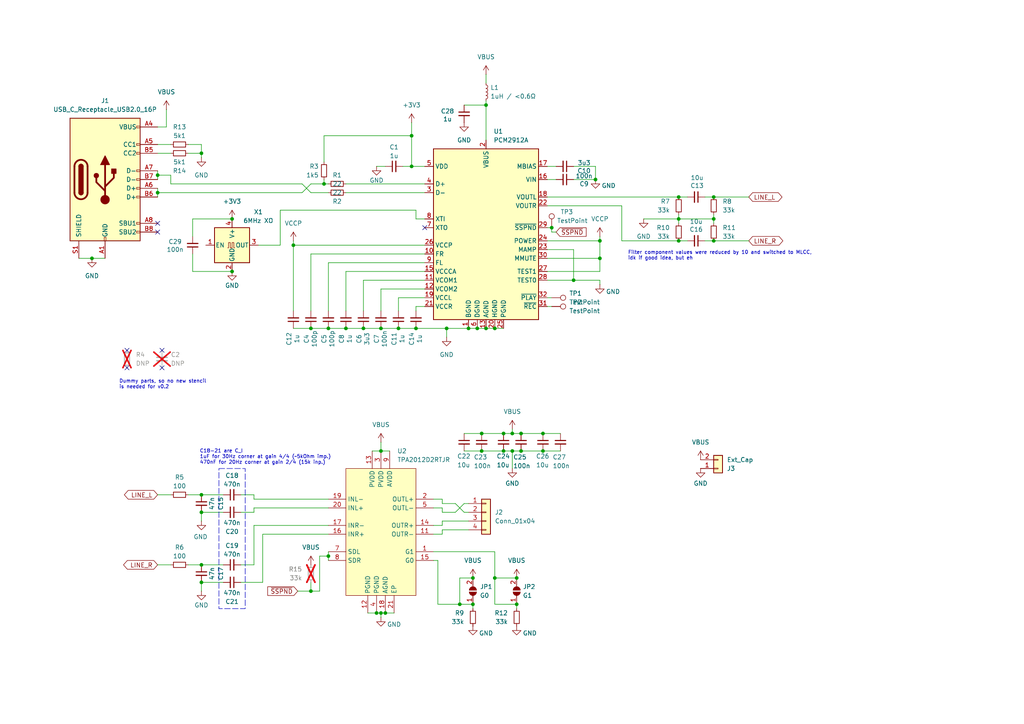
<source format=kicad_sch>
(kicad_sch (version 20231120) (generator "eeschema") (generator_version "8.0")
  (paper "A4")
  (lib_symbols
    (symbol "Connector:TestPoint" (pin_numbers hide) (pin_names (offset 0.762) hide)
      (property "Reference" "TP" (at 0 6.858 0))
      (property "Value" "TestPoint" (at 0 5.08 0))
      (symbol "TestPoint_0_1"
        (circle (center 0 3.302) (radius 0.762))
      )
      (symbol "TestPoint_1_1"
        (pin passive line (at 0 0 90) (length 2.54) (name "1") (number "1"))
      )
    )
    (symbol "Connector:USB_C_Receptacle_USB2.0_16P" (pin_names (offset 1.016))
      (property "Reference" "J" (at 0 22.225 0))
      (property "Value" "USB_C_Receptacle_USB2.0_16P" (at 0 19.685 0))
      (symbol "USB_C_Receptacle_USB2.0_16P_0_0"
        (rectangle (start -0.254 -17.78) (end 0.254 -16.764))
        (rectangle (start 10.16 -14.986) (end 9.144 -15.494))
        (rectangle (start 10.16 -12.446) (end 9.144 -12.954))
        (rectangle (start 10.16 -4.826) (end 9.144 -5.334))
        (rectangle (start 10.16 -2.286) (end 9.144 -2.794))
        (rectangle (start 10.16 0.254) (end 9.144 -0.254))
        (rectangle (start 10.16 2.794) (end 9.144 2.286))
        (rectangle (start 10.16 7.874) (end 9.144 7.366))
        (rectangle (start 10.16 10.414) (end 9.144 9.906))
        (rectangle (start 10.16 15.494) (end 9.144 14.986))
      )
      (symbol "USB_C_Receptacle_USB2.0_16P_0_1"
        (rectangle (start -10.16 17.78) (end 10.16 -17.78) (stroke (width 0.254)) (fill (type background)))
        (arc (start -8.89 -3.81) (mid -6.985 -5.7067) (end -5.08 -3.81) (stroke (width 0.508)))
        (arc (start -7.62 -3.81) (mid -6.985 -4.4423) (end -6.35 -3.81) (stroke (width 0.254)))
        (arc (start -7.62 -3.81) (mid -6.985 -4.4423) (end -6.35 -3.81) (stroke (width 0.254)) (fill (type outline)))
        (rectangle (start -7.62 -3.81) (end -6.35 3.81) (stroke (width 0.254)) (fill (type outline)))
        (arc (start -6.35 3.81) (mid -6.985 4.4423) (end -7.62 3.81) (stroke (width 0.254)))
        (arc (start -6.35 3.81) (mid -6.985 4.4423) (end -7.62 3.81) (stroke (width 0.254)) (fill (type outline)))
        (arc (start -5.08 3.81) (mid -6.985 5.7067) (end -8.89 3.81) (stroke (width 0.508)))
        (circle (center -2.54 1.143) (radius 0.635) (stroke (width 0.254)) (fill (type outline)))
        (circle (center 0 -5.842) (radius 1.27) (fill (type outline)))
        (polyline (pts (xy -8.89 -3.81) (xy -8.89 3.81)) (stroke (width 0.508)))
        (polyline (pts (xy -5.08 3.81) (xy -5.08 -3.81)) (stroke (width 0.508)))
        (polyline (pts (xy 0 -5.842) (xy 0 4.318)) (stroke (width 0.508)))
        (polyline (pts (xy 0 -3.302) (xy -2.54 -0.762) (xy -2.54 0.508)) (stroke (width 0.508)))
        (polyline (pts (xy 0 -2.032) (xy 2.54 0.508) (xy 2.54 1.778)) (stroke (width 0.508)))
        (polyline (pts (xy -1.27 4.318) (xy 0 6.858) (xy 1.27 4.318) (xy -1.27 4.318)) (stroke (width 0.254)) (fill (type outline)))
        (rectangle (start 1.905 1.778) (end 3.175 3.048) (stroke (width 0.254)) (fill (type outline)))
      )
      (symbol "USB_C_Receptacle_USB2.0_16P_1_1"
        (pin passive line (at 0 -22.86 90) (length 5.08) (name "GND") (number "A1"))
        (pin passive line (at 0 -22.86 90) (length 5.08) hide (name "GND") (number "A12"))
        (pin passive line (at 15.24 15.24 180) (length 5.08) (name "VBUS") (number "A4"))
        (pin bidirectional line (at 15.24 10.16 180) (length 5.08) (name "CC1") (number "A5"))
        (pin bidirectional line (at 15.24 -2.54 180) (length 5.08) (name "D+") (number "A6"))
        (pin bidirectional line (at 15.24 2.54 180) (length 5.08) (name "D-") (number "A7"))
        (pin bidirectional line (at 15.24 -12.7 180) (length 5.08) (name "SBU1") (number "A8"))
        (pin passive line (at 15.24 15.24 180) (length 5.08) hide (name "VBUS") (number "A9"))
        (pin passive line (at 0 -22.86 90) (length 5.08) hide (name "GND") (number "B1"))
        (pin passive line (at 0 -22.86 90) (length 5.08) hide (name "GND") (number "B12"))
        (pin passive line (at 15.24 15.24 180) (length 5.08) hide (name "VBUS") (number "B4"))
        (pin bidirectional line (at 15.24 7.62 180) (length 5.08) (name "CC2") (number "B5"))
        (pin bidirectional line (at 15.24 -5.08 180) (length 5.08) (name "D+") (number "B6"))
        (pin bidirectional line (at 15.24 0 180) (length 5.08) (name "D-") (number "B7"))
        (pin bidirectional line (at 15.24 -15.24 180) (length 5.08) (name "SBU2") (number "B8"))
        (pin passive line (at 15.24 15.24 180) (length 5.08) hide (name "VBUS") (number "B9"))
        (pin passive line (at -7.62 -22.86 90) (length 5.08) (name "SHIELD") (number "S1"))
      )
    )
    (symbol "Connector_Generic:Conn_01x02" (pin_names (offset 1.016) hide)
      (property "Reference" "J" (at 0 2.54 0))
      (property "Value" "Conn_01x02" (at 0 -5.08 0))
      (symbol "Conn_01x02_1_1"
        (rectangle (start -1.27 -2.413) (end 0 -2.667) (stroke (width 0.1524)))
        (rectangle (start -1.27 0.127) (end 0 -0.127) (stroke (width 0.1524)))
        (rectangle (start -1.27 1.27) (end 1.27 -3.81) (stroke (width 0.254)) (fill (type background)))
        (pin passive line (at -5.08 0 0) (length 3.81) (name "Pin_1") (number "1"))
        (pin passive line (at -5.08 -2.54 0) (length 3.81) (name "Pin_2") (number "2"))
      )
    )
    (symbol "Connector_Generic:Conn_01x04" (pin_names (offset 1.016) hide)
      (property "Reference" "J" (at 0 5.08 0))
      (property "Value" "Conn_01x04" (at 0 -7.62 0))
      (symbol "Conn_01x04_1_1"
        (rectangle (start -1.27 -4.953) (end 0 -5.207) (stroke (width 0.1524)))
        (rectangle (start -1.27 -2.413) (end 0 -2.667) (stroke (width 0.1524)))
        (rectangle (start -1.27 0.127) (end 0 -0.127) (stroke (width 0.1524)))
        (rectangle (start -1.27 2.667) (end 0 2.413) (stroke (width 0.1524)))
        (rectangle (start -1.27 3.81) (end 1.27 -6.35) (stroke (width 0.254)) (fill (type background)))
        (pin passive line (at -5.08 2.54 0) (length 3.81) (name "Pin_1") (number "1"))
        (pin passive line (at -5.08 0 0) (length 3.81) (name "Pin_2") (number "2"))
        (pin passive line (at -5.08 -2.54 0) (length 3.81) (name "Pin_3") (number "3"))
        (pin passive line (at -5.08 -5.08 0) (length 3.81) (name "Pin_4") (number "4"))
      )
    )
    (symbol "Device:C_Small" (pin_numbers hide) (pin_names (offset 0.254) hide)
      (property "Reference" "C" (at 0.254 1.778 0))
      (property "Value" "C_Small" (at 0.254 -2.032 0))
      (symbol "C_Small_0_1"
        (polyline (pts (xy -1.524 -0.508) (xy 1.524 -0.508)) (stroke (width 0.3302)))
        (polyline (pts (xy -1.524 0.508) (xy 1.524 0.508)) (stroke (width 0.3048)))
      )
      (symbol "C_Small_1_1"
        (pin passive line (at 0 2.54 270) (length 2.032) (name "~") (number "1"))
        (pin passive line (at 0 -2.54 90) (length 2.032) (name "~") (number "2"))
      )
    )
    (symbol "Device:L_Small" (pin_numbers hide) (pin_names (offset 0.254) hide)
      (property "Reference" "L" (at 0.762 1.016 0))
      (property "Value" "L_Small" (at 0.762 -1.016 0))
      (symbol "L_Small_0_1"
        (arc (start 0 -2.032) (mid 0.5058 -1.524) (end 0 -1.016))
        (arc (start 0 -1.016) (mid 0.5058 -0.508) (end 0 0))
        (arc (start 0 0) (mid 0.5058 0.508) (end 0 1.016))
        (arc (start 0 1.016) (mid 0.5058 1.524) (end 0 2.032))
      )
      (symbol "L_Small_1_1"
        (pin passive line (at 0 2.54 270) (length 0.508) (name "~") (number "1"))
        (pin passive line (at 0 -2.54 90) (length 0.508) (name "~") (number "2"))
      )
    )
    (symbol "Device:R_Small" (pin_numbers hide) (pin_names (offset 0.254) hide)
      (property "Reference" "R" (at 0.762 0.508 0))
      (property "Value" "R_Small" (at 0.762 -1.016 0))
      (symbol "R_Small_0_1"
        (rectangle (start -0.762 1.778) (end 0.762 -1.778) (stroke (width 0.2032)))
      )
      (symbol "R_Small_1_1"
        (pin passive line (at 0 2.54 270) (length 0.762) (name "~") (number "1"))
        (pin passive line (at 0 -2.54 90) (length 0.762) (name "~") (number "2"))
      )
    )
    (symbol "Jumper:SolderJumper_2_Open" (pin_names (offset 0) hide)
      (property "Reference" "JP" (at 0 2.032 0))
      (property "Value" "SolderJumper_2_Open" (at 0 -2.54 0))
      (symbol "SolderJumper_2_Open_0_1"
        (arc (start -0.254 1.016) (mid -1.2656 0) (end -0.254 -1.016))
        (arc (start -0.254 1.016) (mid -1.2656 0) (end -0.254 -1.016) (fill (type outline)))
        (polyline (pts (xy -0.254 1.016) (xy -0.254 -1.016)))
        (polyline (pts (xy 0.254 1.016) (xy 0.254 -1.016)))
        (arc (start 0.254 -1.016) (mid 1.2656 0) (end 0.254 1.016))
        (arc (start 0.254 -1.016) (mid 1.2656 0) (end 0.254 1.016) (fill (type outline)))
      )
      (symbol "SolderJumper_2_Open_1_1"
        (pin passive line (at -3.81 0 0) (length 2.54) (name "A") (number "1"))
        (pin passive line (at 3.81 0 180) (length 2.54) (name "B") (number "2"))
      )
    )
    (symbol "LeoDJ:PCM2912A"
      (property "Reference" "U" (at -14.732 21.59 0))
      (property "Value" "PCM2912A" (at 10.922 21.59 0))
      (symbol "PCM2912A_0_1"
        (rectangle (start -15.24 20.32) (end 15.24 -29.21) (stroke (width 0.254)) (fill (type background)))
      )
      (symbol "PCM2912A_1_0"
        (pin bidirectional line (at -17.78 -10.16 0) (length 2.54) (name "FR") (number "10"))
        (pin passive line (at -17.78 -20.32 0) (length 2.54) (name "VCOM2") (number "12"))
        (pin output line (at 17.78 15.24 180) (length 2.54) (name "MBIAS") (number "17"))
        (pin power_in line (at 2.54 -31.75 90) (length 2.54) (name "HGND") (number "20"))
        (pin input line (at 17.78 -8.89 180) (length 2.54) (name "MAMP") (number "23"))
        (pin input line (at 17.78 -6.35 180) (length 2.54) (name "POWER") (number "24"))
        (pin power_in line (at 5.08 -31.75 90) (length 2.54) (name "PGND") (number "25"))
        (pin input line (at 17.78 -15.24 180) (length 2.54) (name "TEST1") (number "27"))
        (pin input line (at 17.78 -17.78 180) (length 2.54) (name "TEST0") (number "28"))
        (pin input line (at 17.78 -11.43 180) (length 2.54) (name "MMUTE") (number "30"))
        (pin output line (at 17.78 -25.4 180) (length 2.54) (name "~{REC}") (number "31"))
        (pin output line (at 17.78 -22.86 180) (length 2.54) (name "~{PLAY}") (number "32"))
        (pin bidirectional line (at -17.78 -12.7 0) (length 2.54) (name "FL") (number "9"))
      )
      (symbol "PCM2912A_1_1"
        (pin power_in line (at -5.08 -31.75 90) (length 2.54) (name "BGND") (number "1"))
        (pin passive line (at -17.78 -17.78 0) (length 2.54) (name "VCOM1") (number "11"))
        (pin power_in line (at 0 -31.75 90) (length 2.54) (name "AGND") (number "13"))
        (pin passive line (at -17.78 -15.24 0) (length 2.54) (name "VCCCA") (number "15"))
        (pin input line (at 17.78 11.43 180) (length 2.54) (name "VIN") (number "16"))
        (pin output line (at 17.78 6.35 180) (length 2.54) (name "VOUTL") (number "18"))
        (pin passive line (at -17.78 -22.86 0) (length 2.54) (name "VCCL") (number "19"))
        (pin power_in line (at 0 22.86 270) (length 2.54) (name "VBUS") (number "2"))
        (pin passive line (at -17.78 -25.4 0) (length 2.54) (name "VCCR") (number "21"))
        (pin output line (at 17.78 3.81 180) (length 2.54) (name "VOUTR") (number "22"))
        (pin passive line (at -17.78 -7.62 0) (length 2.54) (name "VCCP") (number "26"))
        (pin output line (at 17.78 -2.54 180) (length 2.54) (name "~{SSPND}") (number "29"))
        (pin bidirectional line (at -17.78 7.62 0) (length 2.54) (name "D-") (number "3"))
        (pin bidirectional line (at -17.78 10.16 0) (length 2.54) (name "D+") (number "4"))
        (pin power_out line (at -17.78 15.24 0) (length 2.54) (name "VDD") (number "5"))
        (pin power_in line (at -2.54 -31.75 90) (length 2.54) (name "DGND") (number "6"))
        (pin output line (at -17.78 -2.54 0) (length 2.54) (name "XTO") (number "7"))
        (pin input line (at -17.78 0 0) (length 2.54) (name "XTI") (number "8"))
      )
    )
    (symbol "LeoDJ:TPA2012D2RTJR"
      (property "Reference" "U" (at 0 22.86 0))
      (property "Value" "TPA2012D2RTJR" (at 0 -19.05 0))
      (symbol "TPA2012D2RTJR_0_1"
        (rectangle (start -10.16 20.32) (end 10.16 -16.51) (fill (type background)))
        (pin unspecified line (at 15.24 -3.81 180) (length 5.08) (name "G1") (number "1"))
        (pin output line (at 15.24 1.27 180) (length 5.08) (name "OUTR-") (number "11"))
        (pin power_in line (at -3.81 -21.59 90) (length 5.08) (name "PGND") (number "12"))
        (pin power_in line (at -2.54 25.4 270) (length 5.08) (name "PVDD") (number "13"))
        (pin output line (at 15.24 3.81 180) (length 5.08) (name "OUTR+") (number "14"))
        (pin unspecified line (at 15.24 -6.35 180) (length 5.08) (name "G0") (number "15"))
        (pin unspecified line (at -15.24 1.27 0) (length 5.08) (name "INR+") (number "16"))
        (pin unspecified line (at -15.24 3.81 0) (length 5.08) (name "INR-") (number "17"))
        (pin power_in line (at 1.27 -21.59 90) (length 5.08) (name "AGND") (number "18"))
        (pin unspecified line (at -15.24 11.43 0) (length 5.08) (name "INL-") (number "19"))
        (pin output line (at 15.24 11.43 180) (length 5.08) (name "OUTL+") (number "2"))
        (pin unspecified line (at -15.24 8.89 0) (length 5.08) (name "INL+") (number "20"))
        (pin power_in line (at 3.81 -21.59 90) (length 5.08) (name "EP") (number "21"))
        (pin power_in line (at 0 25.4 270) (length 5.08) (name "PVDD") (number "3"))
        (pin power_in line (at -1.27 -21.59 90) (length 5.08) (name "PGND") (number "4"))
        (pin output line (at 15.24 8.89 180) (length 5.08) (name "OUTL-") (number "5"))
        (pin unspecified line (at -15.24 -3.81 0) (length 5.08) (name "SDL") (number "7"))
        (pin unspecified line (at -15.24 -6.35 0) (length 5.08) (name "SDR") (number "8"))
        (pin power_in line (at 2.54 25.4 270) (length 5.08) (name "AVDD") (number "9"))
      )
    )
    (symbol "Oscillator:XO32" (pin_names (offset 0.254))
      (property "Reference" "X" (at -5.08 6.35 0))
      (property "Value" "XO32" (at 1.27 -6.35 0))
      (symbol "XO32_0_1"
        (rectangle (start -5.08 5.08) (end 5.08 -5.08) (stroke (width 0.254)) (fill (type background)))
        (polyline (pts (xy -1.27 -0.762) (xy -1.016 -0.762) (xy -1.016 0.762) (xy -0.508 0.762) (xy -0.508 -0.762) (xy 0 -0.762) (xy 0 0.762) (xy 0.508 0.762) (xy 0.508 -0.762) (xy 0.762 -0.762)))
      )
      (symbol "XO32_1_1"
        (pin input line (at -7.62 0 0) (length 2.54) (name "EN") (number "1"))
        (pin power_in line (at 0 -7.62 90) (length 2.54) (name "GND") (number "2"))
        (pin output line (at 7.62 0 180) (length 2.54) (name "OUT") (number "3"))
        (pin power_in line (at 0 7.62 270) (length 2.54) (name "V+") (number "4"))
      )
    )
    (symbol "power:+3V3" (power) (pin_numbers hide) (pin_names (offset 0) hide)
      (property "Value" "+3V3" (at 0 3.556 0))
      (symbol "+3V3_0_1"
        (polyline (pts (xy -0.762 1.27) (xy 0 2.54)))
        (polyline (pts (xy 0 0) (xy 0 2.54)))
        (polyline (pts (xy 0 2.54) (xy 0.762 1.27)))
      )
      (symbol "+3V3_1_1"
        (pin power_in line (at 0 0 90) (length 0) (name "~") (number "1"))
      )
    )
    (symbol "power:GND" (power) (pin_numbers hide) (pin_names (offset 0) hide)
      (property "Value" "GND" (at 0 -3.81 0))
      (symbol "GND_0_1"
        (polyline (pts (xy 0 0) (xy 0 -1.27) (xy 1.27 -1.27) (xy 0 -2.54) (xy -1.27 -1.27) (xy 0 -1.27)))
      )
      (symbol "GND_1_1"
        (pin power_in line (at 0 0 270) (length 0) (name "~") (number "1"))
      )
    )
    (symbol "power:VBUS" (power) (pin_numbers hide) (pin_names (offset 0) hide)
      (property "Value" "VBUS" (at 0 3.556 0))
      (symbol "VBUS_0_1"
        (polyline (pts (xy -0.762 1.27) (xy 0 2.54)))
        (polyline (pts (xy 0 0) (xy 0 2.54)))
        (polyline (pts (xy 0 2.54) (xy 0.762 1.27)))
      )
      (symbol "VBUS_1_1"
        (pin power_in line (at 0 0 90) (length 0) (name "~") (number "1"))
      )
    )
    (symbol "power:VCCQ" (power) (pin_numbers hide) (pin_names (offset 0) hide)
      (property "Value" "VCCQ" (at 0 3.556 0))
      (symbol "VCCQ_0_1"
        (polyline (pts (xy -0.762 1.27) (xy 0 2.54)))
        (polyline (pts (xy 0 0) (xy 0 2.54)))
        (polyline (pts (xy 0 2.54) (xy 0.762 1.27)))
      )
      (symbol "VCCQ_1_1"
        (pin power_in line (at 0 0 90) (length 0) (name "~") (number "1"))
      )
    )
  )
  (junction (at 196.85 57.15))
  (junction (at 95.25 95.25))
  (junction (at 58.42 143.51))
  (junction (at 196.85 63.5))
  (junction (at 146.05 130.81))
  (junction (at 196.85 69.85))
  (junction (at 58.42 148.59))
  (junction (at 67.31 63.5))
  (junction (at 172.72 52.07))
  (junction (at 207.01 69.85))
  (junction (at 110.49 130.81))
  (junction (at 90.17 95.25))
  (junction (at 133.35 175.26))
  (junction (at 207.01 57.15))
  (junction (at 173.99 69.85))
  (junction (at 120.65 95.25))
  (junction (at 119.38 39.37))
  (junction (at 58.42 168.91))
  (junction (at 58.42 44.45))
  (junction (at 129.54 95.25))
  (junction (at 139.7 125.73))
  (junction (at 140.97 30.48))
  (junction (at 143.51 95.25))
  (junction (at 157.48 130.81))
  (junction (at 67.31 78.74))
  (junction (at 160.02 66.04))
  (junction (at 111.76 177.8))
  (junction (at 90.17 171.45))
  (junction (at 105.41 95.25))
  (junction (at 135.89 95.25))
  (junction (at 93.98 53.34))
  (junction (at 143.51 167.64))
  (junction (at 139.7 130.81))
  (junction (at 149.86 175.26))
  (junction (at 166.37 81.28))
  (junction (at 115.57 95.25))
  (junction (at 95.25 161.29))
  (junction (at 26.67 74.93))
  (junction (at 58.42 163.83))
  (junction (at 45.72 50.8))
  (junction (at 151.13 125.73))
  (junction (at 138.43 95.25))
  (junction (at 137.16 167.64))
  (junction (at 148.59 125.73))
  (junction (at 110.49 95.25))
  (junction (at 151.13 130.81))
  (junction (at 100.33 95.25))
  (junction (at 149.86 167.64))
  (junction (at 207.01 63.5))
  (junction (at 45.72 55.88))
  (junction (at 109.22 177.8))
  (junction (at 110.49 177.8))
  (junction (at 137.16 175.26))
  (junction (at 146.05 125.73))
  (junction (at 148.59 130.81))
  (junction (at 119.38 48.26))
  (junction (at 157.48 125.73))
  (junction (at 85.09 71.12))
  (junction (at 140.97 95.25))
  (junction (at 173.99 74.93))
  (no_connect (at 36.83 106.68))
  (no_connect (at 45.72 64.77))
  (no_connect (at 45.72 67.31))
  (no_connect (at 46.99 101.6))
  (no_connect (at 46.99 106.68))
  (no_connect (at 123.19 66.04))
  (no_connect (at 36.83 101.6))
  (wire (pts (xy 100.33 53.34) (xy 123.19 53.34)))
  (wire (pts (xy 90.17 95.25) (xy 95.25 95.25)))
  (wire (pts (xy 90.17 55.88) (xy 95.25 55.88)))
  (wire (pts (xy 110.49 177.8) (xy 111.76 177.8)))
  (wire (pts (xy 158.75 48.26) (xy 161.29 48.26)))
  (wire (pts (xy 196.85 63.5) (xy 207.01 63.5)))
  (wire (pts (xy 45.72 41.91) (xy 49.53 41.91)))
  (wire (pts (xy 139.7 125.73) (xy 146.05 125.73)))
  (wire (pts (xy 86.36 171.45) (xy 90.17 171.45)))
  (wire (pts (xy 109.22 48.26) (xy 111.76 48.26)))
  (wire (pts (xy 135.89 95.25) (xy 138.43 95.25)))
  (wire (pts (xy 119.38 39.37) (xy 93.98 39.37)))
  (wire (pts (xy 128.27 148.59) (xy 132.08 148.59)))
  (wire (pts (xy 120.65 95.25) (xy 129.54 95.25)))
  (wire (pts (xy 123.19 76.2) (xy 95.25 76.2)))
  (wire (pts (xy 146.05 130.81) (xy 148.59 130.81)))
  (wire (pts (xy 85.09 95.25) (xy 90.17 95.25)))
  (wire (pts (xy 115.57 95.25) (xy 120.65 95.25)))
  (wire (pts (xy 90.17 171.45) (xy 90.17 168.91)))
  (wire (pts (xy 58.42 148.59) (xy 64.77 148.59)))
  (wire (pts (xy 125.73 152.4) (xy 128.27 152.4)))
  (wire (pts (xy 158.75 88.9) (xy 160.02 88.9)))
  (wire (pts (xy 207.01 57.15) (xy 217.17 57.15)))
  (wire (pts (xy 134.62 130.81) (xy 139.7 130.81)))
  (wire (pts (xy 137.16 167.64) (xy 133.35 167.64)))
  (wire (pts (xy 157.48 130.81) (xy 162.56 130.81)))
  (wire (pts (xy 73.66 147.32) (xy 95.25 147.32)))
  (wire (pts (xy 110.49 90.17) (xy 110.49 83.82)))
  (wire (pts (xy 93.98 52.07) (xy 93.98 53.34)))
  (wire (pts (xy 58.42 171.45) (xy 58.42 168.91)))
  (wire (pts (xy 95.25 95.25) (xy 100.33 95.25)))
  (wire (pts (xy 81.28 60.96) (xy 81.28 71.12)))
  (wire (pts (xy 76.2 154.94) (xy 76.2 168.91)))
  (wire (pts (xy 90.17 171.45) (xy 92.71 171.45)))
  (wire (pts (xy 49.53 53.34) (xy 49.53 50.8)))
  (wire (pts (xy 172.72 48.26) (xy 172.72 52.07)))
  (wire (pts (xy 105.41 81.28) (xy 105.41 90.17)))
  (wire (pts (xy 128.27 146.05) (xy 128.27 144.78)))
  (wire (pts (xy 45.72 49.53) (xy 45.72 50.8)))
  (wire (pts (xy 158.75 74.93) (xy 173.99 74.93)))
  (wire (pts (xy 58.42 45.72) (xy 58.42 44.45)))
  (wire (pts (xy 54.61 163.83) (xy 58.42 163.83)))
  (wire (pts (xy 105.41 95.25) (xy 110.49 95.25)))
  (wire (pts (xy 160.02 67.31) (xy 160.02 66.04)))
  (wire (pts (xy 73.66 148.59) (xy 73.66 147.32)))
  (wire (pts (xy 143.51 167.64) (xy 143.51 175.26)))
  (wire (pts (xy 127 162.56) (xy 127 175.26)))
  (wire (pts (xy 160.02 66.04) (xy 158.75 66.04)))
  (wire (pts (xy 207.01 62.23) (xy 207.01 63.5)))
  (wire (pts (xy 134.62 146.05) (xy 135.89 146.05)))
  (wire (pts (xy 132.08 148.59) (xy 134.62 146.05)))
  (wire (pts (xy 138.43 95.25) (xy 140.97 95.25)))
  (wire (pts (xy 55.88 78.74) (xy 55.88 73.66)))
  (wire (pts (xy 54.61 143.51) (xy 58.42 143.51)))
  (wire (pts (xy 85.09 71.12) (xy 123.19 71.12)))
  (wire (pts (xy 173.99 74.93) (xy 173.99 69.85)))
  (wire (pts (xy 128.27 144.78) (xy 125.73 144.78)))
  (wire (pts (xy 45.72 55.88) (xy 45.72 57.15)))
  (wire (pts (xy 129.54 95.25) (xy 135.89 95.25)))
  (wire (pts (xy 55.88 68.58) (xy 55.88 63.5)))
  (wire (pts (xy 207.01 63.5) (xy 207.01 64.77)))
  (wire (pts (xy 158.75 59.69) (xy 180.34 59.69)))
  (wire (pts (xy 110.49 83.82) (xy 123.19 83.82)))
  (wire (pts (xy 140.97 95.25) (xy 143.51 95.25)))
  (wire (pts (xy 196.85 62.23) (xy 196.85 63.5)))
  (wire (pts (xy 123.19 73.66) (xy 90.17 73.66)))
  (wire (pts (xy 143.51 160.02) (xy 143.51 167.64)))
  (wire (pts (xy 166.37 48.26) (xy 172.72 48.26)))
  (wire (pts (xy 173.99 78.74) (xy 173.99 74.93)))
  (wire (pts (xy 120.65 88.9) (xy 123.19 88.9)))
  (wire (pts (xy 120.65 90.17) (xy 120.65 88.9)))
  (wire (pts (xy 166.37 81.28) (xy 173.99 81.28)))
  (wire (pts (xy 100.33 95.25) (xy 105.41 95.25)))
  (wire (pts (xy 100.33 90.17) (xy 100.33 78.74)))
  (wire (pts (xy 87.63 53.34) (xy 49.53 53.34)))
  (wire (pts (xy 166.37 72.39) (xy 166.37 81.28)))
  (wire (pts (xy 151.13 130.81) (xy 157.48 130.81)))
  (wire (pts (xy 100.33 78.74) (xy 123.19 78.74)))
  (wire (pts (xy 134.62 125.73) (xy 139.7 125.73)))
  (wire (pts (xy 196.85 57.15) (xy 199.39 57.15)))
  (wire (pts (xy 95.25 160.02) (xy 95.25 161.29)))
  (wire (pts (xy 125.73 147.32) (xy 128.27 147.32)))
  (wire (pts (xy 128.27 152.4) (xy 128.27 151.13)))
  (wire (pts (xy 148.59 130.81) (xy 151.13 130.81)))
  (wire (pts (xy 134.62 148.59) (xy 135.89 148.59)))
  (wire (pts (xy 129.54 95.25) (xy 129.54 97.79)))
  (wire (pts (xy 158.75 72.39) (xy 166.37 72.39)))
  (wire (pts (xy 85.09 71.12) (xy 85.09 90.17)))
  (wire (pts (xy 45.72 44.45) (xy 49.53 44.45)))
  (wire (pts (xy 111.76 177.8) (xy 114.3 177.8)))
  (wire (pts (xy 133.35 167.64) (xy 133.35 175.26)))
  (wire (pts (xy 137.16 176.53) (xy 137.16 175.26)))
  (wire (pts (xy 58.42 143.51) (xy 64.77 143.51)))
  (wire (pts (xy 143.51 167.64) (xy 149.86 167.64)))
  (wire (pts (xy 92.71 161.29) (xy 95.25 161.29)))
  (wire (pts (xy 134.62 30.48) (xy 140.97 30.48)))
  (wire (pts (xy 45.72 143.51) (xy 49.53 143.51)))
  (wire (pts (xy 158.75 78.74) (xy 173.99 78.74)))
  (wire (pts (xy 148.59 125.73) (xy 151.13 125.73)))
  (wire (pts (xy 69.85 168.91) (xy 76.2 168.91)))
  (wire (pts (xy 125.73 160.02) (xy 143.51 160.02)))
  (wire (pts (xy 45.72 163.83) (xy 49.53 163.83)))
  (wire (pts (xy 45.72 55.88) (xy 87.63 55.88)))
  (wire (pts (xy 148.59 130.81) (xy 148.59 135.89)))
  (wire (pts (xy 127 175.26) (xy 133.35 175.26)))
  (wire (pts (xy 45.72 50.8) (xy 45.72 52.07)))
  (wire (pts (xy 119.38 48.26) (xy 119.38 39.37)))
  (wire (pts (xy 73.66 152.4) (xy 73.66 163.83)))
  (wire (pts (xy 119.38 35.56) (xy 119.38 39.37)))
  (wire (pts (xy 58.42 168.91) (xy 64.77 168.91)))
  (wire (pts (xy 95.25 161.29) (xy 95.25 162.56)))
  (wire (pts (xy 90.17 53.34) (xy 93.98 53.34)))
  (wire (pts (xy 128.27 153.67) (xy 135.89 153.67)))
  (wire (pts (xy 110.49 95.25) (xy 115.57 95.25)))
  (wire (pts (xy 95.25 76.2) (xy 95.25 90.17)))
  (wire (pts (xy 93.98 39.37) (xy 93.98 46.99)))
  (wire (pts (xy 173.99 81.28) (xy 173.99 82.55)))
  (wire (pts (xy 54.61 44.45) (xy 58.42 44.45)))
  (wire (pts (xy 158.75 86.36) (xy 160.02 86.36)))
  (wire (pts (xy 166.37 52.07) (xy 172.72 52.07)))
  (wire (pts (xy 158.75 52.07) (xy 161.29 52.07)))
  (wire (pts (xy 87.63 55.88) (xy 90.17 53.34)))
  (wire (pts (xy 158.75 69.85) (xy 173.99 69.85)))
  (wire (pts (xy 48.26 36.83) (xy 48.26 31.75)))
  (wire (pts (xy 128.27 151.13) (xy 135.89 151.13)))
  (wire (pts (xy 73.66 144.78) (xy 95.25 144.78)))
  (wire (pts (xy 73.66 143.51) (xy 73.66 144.78)))
  (wire (pts (xy 196.85 63.5) (xy 196.85 64.77)))
  (wire (pts (xy 186.69 63.5) (xy 196.85 63.5)))
  (wire (pts (xy 207.01 69.85) (xy 217.17 69.85)))
  (wire (pts (xy 120.65 60.96) (xy 120.65 63.5)))
  (wire (pts (xy 125.73 162.56) (xy 127 162.56)))
  (wire (pts (xy 26.67 74.93) (xy 30.48 74.93)))
  (wire (pts (xy 173.99 69.85) (xy 173.99 68.58)))
  (wire (pts (xy 69.85 143.51) (xy 73.66 143.51)))
  (wire (pts (xy 54.61 41.91) (xy 58.42 41.91)))
  (wire (pts (xy 120.65 63.5) (xy 123.19 63.5)))
  (wire (pts (xy 158.75 57.15) (xy 196.85 57.15)))
  (wire (pts (xy 110.49 130.81) (xy 113.03 130.81)))
  (wire (pts (xy 125.73 154.94) (xy 128.27 154.94)))
  (wire (pts (xy 55.88 63.5) (xy 67.31 63.5)))
  (wire (pts (xy 157.48 125.73) (xy 162.56 125.73)))
  (wire (pts (xy 204.47 69.85) (xy 207.01 69.85)))
  (wire (pts (xy 158.75 81.28) (xy 166.37 81.28)))
  (wire (pts (xy 139.7 130.81) (xy 146.05 130.81)))
  (wire (pts (xy 95.25 152.4) (xy 73.66 152.4)))
  (wire (pts (xy 76.2 154.94) (xy 95.25 154.94)))
  (wire (pts (xy 180.34 69.85) (xy 196.85 69.85)))
  (wire (pts (xy 85.09 69.85) (xy 85.09 71.12)))
  (wire (pts (xy 81.28 71.12) (xy 74.93 71.12)))
  (wire (pts (xy 148.59 125.73) (xy 148.59 124.46)))
  (wire (pts (xy 107.95 130.81) (xy 110.49 130.81)))
  (wire (pts (xy 196.85 69.85) (xy 199.39 69.85)))
  (wire (pts (xy 140.97 30.48) (xy 140.97 40.64)))
  (wire (pts (xy 132.08 146.05) (xy 128.27 146.05)))
  (wire (pts (xy 67.31 78.74) (xy 55.88 78.74)))
  (wire (pts (xy 143.51 175.26) (xy 149.86 175.26)))
  (wire (pts (xy 58.42 41.91) (xy 58.42 44.45)))
  (wire (pts (xy 22.86 74.93) (xy 26.67 74.93)))
  (wire (pts (xy 93.98 53.34) (xy 95.25 53.34)))
  (wire (pts (xy 134.62 148.59) (xy 132.08 146.05)))
  (wire (pts (xy 149.86 176.53) (xy 149.86 175.26)))
  (wire (pts (xy 115.57 90.17) (xy 115.57 86.36)))
  (wire (pts (xy 110.49 177.8) (xy 110.49 179.07)))
  (wire (pts (xy 58.42 163.83) (xy 64.77 163.83)))
  (wire (pts (xy 45.72 54.61) (xy 45.72 55.88)))
  (wire (pts (xy 119.38 48.26) (xy 116.84 48.26)))
  (wire (pts (xy 140.97 29.21) (xy 140.97 30.48)))
  (wire (pts (xy 128.27 154.94) (xy 128.27 153.67)))
  (wire (pts (xy 151.13 125.73) (xy 157.48 125.73)))
  (wire (pts (xy 90.17 73.66) (xy 90.17 90.17)))
  (wire (pts (xy 140.97 21.59) (xy 140.97 24.13)))
  (wire (pts (xy 100.33 55.88) (xy 123.19 55.88)))
  (wire (pts (xy 204.47 57.15) (xy 207.01 57.15)))
  (wire (pts (xy 92.71 161.29) (xy 92.71 171.45)))
  (wire (pts (xy 120.65 60.96) (xy 81.28 60.96)))
  (wire (pts (xy 90.17 55.88) (xy 87.63 53.34)))
  (wire (pts (xy 123.19 81.28) (xy 105.41 81.28)))
  (wire (pts (xy 143.51 95.25) (xy 146.05 95.25)))
  (wire (pts (xy 146.05 125.73) (xy 148.59 125.73)))
  (wire (pts (xy 161.29 67.31) (xy 160.02 67.31)))
  (wire (pts (xy 115.57 86.36) (xy 123.19 86.36)))
  (wire (pts (xy 180.34 59.69) (xy 180.34 69.85)))
  (wire (pts (xy 58.42 151.13) (xy 58.42 148.59)))
  (wire (pts (xy 133.35 175.26) (xy 137.16 175.26)))
  (wire (pts (xy 123.19 48.26) (xy 119.38 48.26)))
  (wire (pts (xy 45.72 50.8) (xy 49.53 50.8)))
  (wire (pts (xy 106.68 177.8) (xy 109.22 177.8)))
  (wire (pts (xy 45.72 36.83) (xy 48.26 36.83)))
  (wire (pts (xy 109.22 177.8) (xy 110.49 177.8)))
  (wire (pts (xy 69.85 163.83) (xy 73.66 163.83)))
  (wire (pts (xy 110.49 128.27) (xy 110.49 130.81)))
  (wire (pts (xy 128.27 147.32) (xy 128.27 148.59)))
  (wire (pts (xy 69.85 148.59) (xy 73.66 148.59)))
  (rectangle (start 63.5 135.89) (end 71.12 176.53) (stroke (width 0) (type dash)))
  (text "C18-21 are C_I\n1uF for 30Hz corner at gain 4/4 (~5kOhm imp.)\n470nF for 20Hz corner at gain 2/4 (15k inp.)" (at 57.912 132.588 0) (effects (font (size 1.016 1.016)) (justify left)))
  (text "Filter component values were reduced by 10 and switched to MLCC, \nidk if good idea, but eh" (at 182.118 74.168 0) (effects (font (size 1.016 1.016)) (justify left)))
  (text "Dummy parts, so no new stencil \nis needed for v0.2" (at 34.544 111.506 0) (effects (font (size 1.016 1.016)) (justify left)))
  (global_label "LINE_L" (shape bidirectional) (at 217.17 57.15 0) (property "Intersheetrefs" "${INTERSHEET_REFS}" (effects (hide yes))))
  (global_label "~{SSPND}" (shape input) (at 161.29 67.31 0) (property "Intersheetrefs" "${INTERSHEET_REFS}" (effects (hide yes))))
  (global_label "~{SSPND}" (shape input) (at 86.36 171.45 180) (property "Intersheetrefs" "${INTERSHEET_REFS}" (effects (hide yes))))
  (global_label "LINE_L" (shape bidirectional) (at 45.72 143.51 180) (property "Intersheetrefs" "${INTERSHEET_REFS}" (effects (hide yes))))
  (global_label "LINE_R" (shape bidirectional) (at 45.72 163.83 180) (property "Intersheetrefs" "${INTERSHEET_REFS}" (effects (hide yes))))
  (global_label "LINE_R" (shape bidirectional) (at 217.17 69.85 0) (property "Intersheetrefs" "${INTERSHEET_REFS}" (effects (hide yes))))
  (symbol (lib_id "Device:C_Small") (at 105.41 92.71 180) (unit 1)
    (property "Reference" "C6" (at 104.14 98.298 90))
    (property "Value" "3u3" (at 106.426 98.298 90))
    (property "Footprint" "Capacitor_SMD:C_0402_1005Metric" (effects (hide yes)))
    (property "Description" "Unpolarized capacitor, small symbol" (effects (hide yes)))
  )
  (symbol (lib_id "Connector:TestPoint") (at 160.02 66.04 0) (unit 1) (in_bom no) (on_board no)
    (property "Reference" "TP3" (at 162.56 61.4679 0) (effects (justify left)))
    (property "Value" "TestPoint" (at 161.544 64.008 0) (effects (justify left)))
    (property "Footprint" "TestPoint:TestPoint_Pad_D1.0mm" (effects (hide yes)))
    (property "Description" "test point" (effects (hide yes)))
  )
  (symbol (lib_id "power:GND") (at 67.31 78.74 0) (unit 1)
    (property "Reference" "#PWR026" (effects (hide yes)))
    (property "Value" "GND" (at 67.31 82.804 0))
    (property "Description" "Power symbol creates a global label with name \"GND\" , ground" (effects (hide yes)))
  )
  (symbol (lib_id "Device:R_Small") (at 36.83 104.14 0) (unit 1) (in_bom no) (dnp yes)
    (property "Reference" "R4" (at 39.37 102.8699 0) (effects (justify left)))
    (property "Value" "DNP" (at 39.37 105.4099 0) (effects (justify left)))
    (property "Footprint" "Resistor_SMD:R_0402_1005Metric" (effects (hide yes)))
    (property "Description" "Resistor, small symbol" (effects (hide yes)))
  )
  (symbol (lib_id "Device:R_Small") (at 52.07 41.91 90) (unit 1)
    (property "Reference" "R13" (at 52.07 36.83 90))
    (property "Value" "5k1" (at 52.07 39.37 90))
    (property "Footprint" "Resistor_SMD:R_0402_1005Metric" (effects (hide yes)))
    (property "Description" "Resistor, small symbol" (effects (hide yes)))
  )
  (symbol (lib_id "Device:R_Small") (at 90.17 166.37 0) (mirror y) (unit 1) (dnp yes)
    (property "Reference" "R15" (at 87.63 165.0999 0) (effects (justify left)))
    (property "Value" "33k" (at 87.63 167.6399 0) (effects (justify left)))
    (property "Footprint" "Resistor_SMD:R_0402_1005Metric" (effects (hide yes)))
    (property "Description" "Resistor, small symbol" (effects (hide yes)))
  )
  (symbol (lib_id "Device:R_Small") (at 137.16 179.07 0) (unit 1)
    (property "Reference" "R9" (at 134.62 177.7999 0) (effects (justify right)))
    (property "Value" "33k" (at 134.62 180.3399 0) (effects (justify right)))
    (property "Footprint" "Resistor_SMD:R_0402_1005Metric" (effects (hide yes)))
    (property "Description" "Resistor, small symbol" (effects (hide yes)))
  )
  (symbol (lib_id "power:GND") (at 173.99 82.55 0) (unit 1)
    (property "Reference" "#PWR012" (effects (hide yes)))
    (property "Value" "GND" (at 177.8 84.582 0))
    (property "Description" "Power symbol creates a global label with name \"GND\" , ground" (effects (hide yes)))
  )
  (symbol (lib_id "power:GND") (at 203.2 135.89 0) (unit 1)
    (property "Reference" "#PWR028" (effects (hide yes)))
    (property "Value" "GND" (at 203.2 140.208 0))
    (property "Description" "Power symbol creates a global label with name \"GND\" , ground" (effects (hide yes)))
  )
  (symbol (lib_id "power:VBUS") (at 110.49 128.27 0) (unit 1)
    (property "Reference" "#PWR017" (effects (hide yes)))
    (property "Value" "VBUS" (at 110.49 123.19 0))
    (property "Description" "Power symbol creates a global label with name \"VBUS\"" (effects (hide yes)))
  )
  (symbol (lib_id "Device:C_Small") (at 139.7 128.27 0) (unit 1)
    (property "Reference" "C23" (at 137.414 132.588 0) (effects (justify left)))
    (property "Value" "100n" (at 137.414 135.128 0) (effects (justify left)))
    (property "Footprint" "Capacitor_SMD:C_0402_1005Metric" (effects (hide yes)))
    (property "Description" "Unpolarized capacitor, small symbol" (effects (hide yes)))
  )
  (symbol (lib_id "Device:C_Small") (at 134.62 33.02 0) (unit 1)
    (property "Reference" "C28" (at 129.794 32.258 0))
    (property "Value" "1u" (at 129.794 34.544 0))
    (property "Footprint" "Capacitor_SMD:C_0402_1005Metric" (effects (hide yes)))
    (property "Description" "Unpolarized capacitor, small symbol" (effects (hide yes)))
  )
  (symbol (lib_id "Device:L_Small") (at 140.97 26.67 0) (unit 1)
    (property "Reference" "L1" (at 142.24 25.3999 0) (effects (justify left)))
    (property "Value" "1uH / <0.6Ω" (at 142.24 27.9399 0) (effects (justify left)))
    (property "Footprint" "Inductor_SMD:L_0805_2012Metric" (effects (hide yes)))
    (property "Description" "Inductor, small symbol" (effects (hide yes)))
    (property "LCSC" "C99367" (effects (hide yes)))
  )
  (symbol (lib_id "power:VBUS") (at 149.86 167.64 0) (unit 1)
    (property "Reference" "#PWR019" (effects (hide yes)))
    (property "Value" "VBUS" (at 149.86 162.56 0))
    (property "Description" "Power symbol creates a global label with name \"VBUS\"" (effects (hide yes)))
  )
  (symbol (lib_id "Device:R_Small") (at 149.86 179.07 0) (unit 1)
    (property "Reference" "R12" (at 147.32 177.7999 0) (effects (justify right)))
    (property "Value" "33k" (at 147.32 180.3399 0) (effects (justify right)))
    (property "Footprint" "Resistor_SMD:R_0402_1005Metric" (effects (hide yes)))
    (property "Description" "Resistor, small symbol" (effects (hide yes)))
  )
  (symbol (lib_id "Device:R_Small") (at 196.85 59.69 0) (unit 1)
    (property "Reference" "R7" (at 194.31 58.4199 0) (effects (justify right)))
    (property "Value" "33k" (at 194.31 60.9599 0) (effects (justify right)))
    (property "Footprint" "Resistor_SMD:R_0402_1005Metric" (effects (hide yes)))
    (property "Description" "Resistor, small symbol" (effects (hide yes)))
  )
  (symbol (lib_id "power:+3V3") (at 119.38 35.56 0) (unit 1)
    (property "Reference" "#PWR025" (effects (hide yes)))
    (property "Value" "+3V3" (at 119.38 30.48 0))
    (property "Description" "Power symbol creates a global label with name \"+3V3\"" (effects (hide yes)))
  )
  (symbol (lib_id "Device:C_Small") (at 55.88 71.12 180) (unit 1)
    (property "Reference" "C29" (at 50.8 70.104 0))
    (property "Value" "100n" (at 50.8 72.39 0))
    (property "Footprint" "Capacitor_SMD:C_0402_1005Metric" (effects (hide yes)))
    (property "Description" "Unpolarized capacitor, small symbol" (effects (hide yes)))
  )
  (symbol (lib_id "Device:C_Small") (at 114.3 48.26 90) (unit 1)
    (property "Reference" "C1" (at 114.3 42.672 90))
    (property "Value" "1u" (at 114.3 45.212 90))
    (property "Footprint" "Capacitor_SMD:C_0402_1005Metric" (effects (hide yes)))
    (property "Description" "Unpolarized capacitor, small symbol" (effects (hide yes)))
  )
  (symbol (lib_id "Device:R_Small") (at 52.07 143.51 90) (unit 1)
    (property "Reference" "R5" (at 52.07 138.43 90))
    (property "Value" "100" (at 52.07 140.97 90))
    (property "Footprint" "Resistor_SMD:R_0402_1005Metric" (effects (hide yes)))
    (property "Description" "Resistor, small symbol" (effects (hide yes)))
  )
  (symbol (lib_id "Device:C_Small") (at 115.57 92.71 180) (unit 1)
    (property "Reference" "C11" (at 114.3 98.298 90))
    (property "Value" "1u" (at 116.586 98.298 90))
    (property "Footprint" "Capacitor_SMD:C_0402_1005Metric" (effects (hide yes)))
    (property "Description" "Unpolarized capacitor, small symbol" (effects (hide yes)))
  )
  (symbol (lib_id "Device:C_Small") (at 46.99 104.14 0) (unit 1) (in_bom no) (dnp yes)
    (property "Reference" "C2" (at 49.53 102.8762 0) (effects (justify left)))
    (property "Value" "DNP" (at 49.53 105.4162 0) (effects (justify left)))
    (property "Footprint" "Capacitor_SMD:C_0402_1005Metric" (effects (hide yes)))
    (property "Description" "Unpolarized capacitor, small symbol" (effects (hide yes)))
  )
  (symbol (lib_id "Device:C_Small") (at 95.25 92.71 180) (unit 1)
    (property "Reference" "C5" (at 93.98 98.298 90))
    (property "Value" "100p" (at 96.266 98.298 90))
    (property "Footprint" "Capacitor_SMD:C_0402_1005Metric" (effects (hide yes)))
    (property "Description" "Unpolarized capacitor, small symbol" (effects (hide yes)))
  )
  (symbol (lib_id "power:GND") (at 129.54 97.79 0) (unit 1)
    (property "Reference" "#PWR04" (effects (hide yes)))
    (property "Value" "GND" (at 129.54 102.87 0))
    (property "Description" "Power symbol creates a global label with name \"GND\" , ground" (effects (hide yes)))
  )
  (symbol (lib_id "power:GND") (at 58.42 171.45 0) (unit 1)
    (property "Reference" "#PWR014" (effects (hide yes)))
    (property "Value" "GND" (at 58.42 175.514 0))
    (property "Description" "Power symbol creates a global label with name \"GND\" , ground" (effects (hide yes)))
  )
  (symbol (lib_id "Connector:TestPoint") (at 160.02 86.36 270) (unit 1) (in_bom no) (on_board no)
    (property "Reference" "TP1" (at 165.1 85.0899 90) (effects (justify left)))
    (property "Value" "TestPoint" (at 165.1 87.6299 90) (effects (justify left)))
    (property "Footprint" "TestPoint:TestPoint_Pad_D1.0mm" (effects (hide yes)))
    (property "Description" "test point" (effects (hide yes)))
  )
  (symbol (lib_id "Device:R_Small") (at 207.01 59.69 0) (mirror y) (unit 1)
    (property "Reference" "R8" (at 209.55 58.4199 0) (effects (justify right)))
    (property "Value" "33k" (at 209.55 60.9599 0) (effects (justify right)))
    (property "Footprint" "Resistor_SMD:R_0402_1005Metric" (effects (hide yes)))
    (property "Description" "Resistor, small symbol" (effects (hide yes)))
  )
  (symbol (lib_id "power:VBUS") (at 48.26 31.75 0) (unit 1)
    (property "Reference" "#PWR03" (effects (hide yes)))
    (property "Value" "VBUS" (at 48.26 26.67 0))
    (property "Description" "Power symbol creates a global label with name \"VBUS\"" (effects (hide yes)))
  )
  (symbol (lib_id "power:VCCQ") (at 173.99 68.58 0) (unit 1)
    (property "Reference" "#PWR011" (effects (hide yes)))
    (property "Value" "VCCP" (at 173.99 63.5 0))
    (property "Description" "Power symbol creates a global label with name \"VCCQ\"" (effects (hide yes)))
  )
  (symbol (lib_id "Device:R_Small") (at 93.98 49.53 0) (mirror x) (unit 1)
    (property "Reference" "R3" (at 92.456 48.26 0) (effects (justify right)))
    (property "Value" "1k5" (at 92.456 50.8 0) (effects (justify right)))
    (property "Footprint" "Resistor_SMD:R_0402_1005Metric" (effects (hide yes)))
    (property "Description" "Resistor, small symbol" (effects (hide yes)))
  )
  (symbol (lib_id "power:VBUS") (at 137.16 167.64 0) (mirror y) (unit 1)
    (property "Reference" "#PWR018" (effects (hide yes)))
    (property "Value" "VBUS" (at 137.16 162.56 0))
    (property "Description" "Power symbol creates a global label with name \"VBUS\"" (effects (hide yes)))
  )
  (symbol (lib_id "Device:C_Small") (at 151.13 128.27 0) (unit 1)
    (property "Reference" "C25" (at 148.844 132.588 0) (effects (justify left)))
    (property "Value" "100n" (at 148.844 135.128 0) (effects (justify left)))
    (property "Footprint" "Capacitor_SMD:C_0402_1005Metric" (effects (hide yes)))
    (property "Description" "Unpolarized capacitor, small symbol" (effects (hide yes)))
  )
  (symbol (lib_id "Device:C_Small") (at 85.09 92.71 180) (unit 1)
    (property "Reference" "C12" (at 83.82 98.298 90))
    (property "Value" "1u" (at 86.106 98.298 90))
    (property "Footprint" "Capacitor_SMD:C_0402_1005Metric" (effects (hide yes)))
    (property "Description" "Unpolarized capacitor, small symbol" (effects (hide yes)))
  )
  (symbol (lib_id "Device:C_Small") (at 58.42 146.05 0) (unit 1)
    (property "Reference" "C15" (at 64.008 146.05 90))
    (property "Value" "47n" (at 61.468 146.05 90))
    (property "Footprint" "Capacitor_SMD:C_0402_1005Metric" (effects (hide yes)))
    (property "Description" "Unpolarized capacitor, small symbol" (effects (hide yes)))
  )
  (symbol (lib_id "Device:C_Small") (at 90.17 92.71 180) (unit 1)
    (property "Reference" "C4" (at 88.9 98.298 90))
    (property "Value" "100p" (at 91.186 98.298 90))
    (property "Footprint" "Capacitor_SMD:C_0402_1005Metric" (effects (hide yes)))
    (property "Description" "Unpolarized capacitor, small symbol" (effects (hide yes)))
  )
  (symbol (lib_id "Device:C_Small") (at 163.83 48.26 270) (unit 1)
    (property "Reference" "C10" (at 169.418 49.53 90))
    (property "Value" "3u3" (at 169.418 47.244 90))
    (property "Footprint" "Capacitor_SMD:C_0402_1005Metric" (effects (hide yes)))
    (property "Description" "Unpolarized capacitor, small symbol" (effects (hide yes)))
  )
  (symbol (lib_id "Connector:TestPoint") (at 160.02 88.9 270) (unit 1) (in_bom no) (on_board no)
    (property "Reference" "TP2" (at 165.1 87.6299 90) (effects (justify left)))
    (property "Value" "TestPoint" (at 165.1 90.1699 90) (effects (justify left)))
    (property "Footprint" "TestPoint:TestPoint_Pad_D1.0mm" (effects (hide yes)))
    (property "Description" "test point" (effects (hide yes)))
  )
  (symbol (lib_id "power:GND") (at 58.42 45.72 0) (unit 1)
    (property "Reference" "#PWR01" (effects (hide yes)))
    (property "Value" "GND" (at 58.42 50.8 0))
    (property "Description" "Power symbol creates a global label with name \"GND\" , ground" (effects (hide yes)))
  )
  (symbol (lib_id "Device:R_Small") (at 97.79 55.88 270) (unit 1)
    (property "Reference" "R2" (at 97.79 58.42 90))
    (property "Value" "22" (at 97.79 55.88 90))
    (property "Footprint" "Resistor_SMD:R_0402_1005Metric" (effects (hide yes)))
    (property "Description" "Resistor, small symbol" (effects (hide yes)))
  )
  (symbol (lib_id "Device:C_Small") (at 67.31 163.83 90) (unit 1)
    (property "Reference" "C19" (at 67.31 158.242 90))
    (property "Value" "470n" (at 67.31 160.782 90))
    (property "Footprint" "Capacitor_SMD:C_0402_1005Metric" (effects (hide yes)))
    (property "Description" "Unpolarized capacitor, small symbol" (effects (hide yes)))
  )
  (symbol (lib_id "Jumper:SolderJumper_2_Open") (at 149.86 171.45 90) (unit 1)
    (property "Reference" "JP2" (at 151.638 170.18 90) (effects (justify right)))
    (property "Value" "G1" (at 151.638 172.72 90) (effects (justify right)))
    (property "Footprint" "Jumper:SolderJumper-2_P1.3mm_Open_TrianglePad1.0x1.5mm" (effects (hide yes)))
    (property "Description" "Solder Jumper, 2-pole, open" (effects (hide yes)))
  )
  (symbol (lib_id "Connector_Generic:Conn_01x02") (at 208.28 135.89 0) (mirror x) (unit 1) (in_bom no)
    (property "Reference" "J3" (at 210.82 135.8901 0) (effects (justify left)))
    (property "Value" "Ext_Cap" (at 210.82 133.3501 0) (effects (justify left)))
    (property "Footprint" "Connector_PinSocket_2.54mm:PinSocket_1x02_P2.54mm_Vertical" (effects (hide yes)))
    (property "Description" "Generic connector, single row, 01x02, script generated (kicad-library-utils/schlib/autogen/connector/)" (effects (hide yes)))
  )
  (symbol (lib_id "power:VBUS") (at 203.2 133.35 0) (unit 1)
    (property "Reference" "#PWR05" (effects (hide yes)))
    (property "Value" "VBUS" (at 203.2 128.27 0))
    (property "Description" "Power symbol creates a global label with name \"VBUS\"" (effects (hide yes)))
  )
  (symbol (lib_id "power:VBUS") (at 140.97 21.59 0) (unit 1)
    (property "Reference" "#PWR09" (effects (hide yes)))
    (property "Value" "VBUS" (at 140.97 16.51 0))
    (property "Description" "Power symbol creates a global label with name \"VBUS\"" (effects (hide yes)))
  )
  (symbol (lib_id "power:VBUS") (at 148.59 124.46 0) (unit 1)
    (property "Reference" "#PWR016" (effects (hide yes)))
    (property "Value" "VBUS" (at 148.59 119.38 0))
    (property "Description" "Power symbol creates a global label with name \"VBUS\"" (effects (hide yes)))
  )
  (symbol (lib_id "Device:C_Small") (at 157.48 128.27 0) (unit 1)
    (property "Reference" "C26" (at 155.448 132.334 0) (effects (justify left)))
    (property "Value" "10u" (at 155.448 134.874 0) (effects (justify left)))
    (property "Footprint" "Capacitor_SMD:C_0402_1005Metric" (effects (hide yes)))
    (property "Description" "Unpolarized capacitor, small symbol" (effects (hide yes)))
  )
  (symbol (lib_id "power:GND") (at 134.62 35.56 0) (mirror y) (unit 1)
    (property "Reference" "#PWR024" (effects (hide yes)))
    (property "Value" "GND" (at 134.62 40.64 0))
    (property "Description" "Power symbol creates a global label with name \"GND\" , ground" (effects (hide yes)))
  )
  (symbol (lib_id "power:VCCQ") (at 85.09 69.85 0) (unit 1)
    (property "Reference" "#PWR010" (effects (hide yes)))
    (property "Value" "VCCP" (at 85.09 64.77 0))
    (property "Description" "Power symbol creates a global label with name \"VCCQ\"" (effects (hide yes)))
  )
  (symbol (lib_id "Device:C_Small") (at 67.31 168.91 270) (unit 1)
    (property "Reference" "C21" (at 67.31 174.498 90))
    (property "Value" "470n" (at 67.31 171.958 90))
    (property "Footprint" "Capacitor_SMD:C_0402_1005Metric" (effects (hide yes)))
    (property "Description" "Unpolarized capacitor, small symbol" (effects (hide yes)))
  )
  (symbol (lib_id "Device:R_Small") (at 196.85 67.31 0) (unit 1)
    (property "Reference" "R10" (at 194.31 66.0399 0) (effects (justify right)))
    (property "Value" "33k" (at 194.31 68.5799 0) (effects (justify right)))
    (property "Footprint" "Resistor_SMD:R_0402_1005Metric" (effects (hide yes)))
    (property "Description" "Resistor, small symbol" (effects (hide yes)))
  )
  (symbol (lib_id "Device:R_Small") (at 52.07 163.83 90) (unit 1)
    (property "Reference" "R6" (at 52.07 158.75 90))
    (property "Value" "100" (at 52.07 161.29 90))
    (property "Footprint" "Resistor_SMD:R_0402_1005Metric" (effects (hide yes)))
    (property "Description" "Resistor, small symbol" (effects (hide yes)))
  )
  (symbol (lib_id "Device:C_Small") (at 146.05 128.27 0) (unit 1)
    (property "Reference" "C24" (at 144.018 132.334 0) (effects (justify left)))
    (property "Value" "10u" (at 144.018 134.874 0) (effects (justify left)))
    (property "Footprint" "Capacitor_SMD:C_0402_1005Metric" (effects (hide yes)))
    (property "Description" "Unpolarized capacitor, small symbol" (effects (hide yes)))
  )
  (symbol (lib_id "power:GND") (at 172.72 52.07 0) (unit 1)
    (property "Reference" "#PWR07" (effects (hide yes)))
    (property "Value" "GND" (at 176.53 53.848 0))
    (property "Description" "Power symbol creates a global label with name \"GND\" , ground" (effects (hide yes)))
  )
  (symbol (lib_id "Device:C_Small") (at 110.49 92.71 180) (unit 1)
    (property "Reference" "C7" (at 109.22 98.298 90))
    (property "Value" "100n" (at 111.506 98.298 90))
    (property "Footprint" "Capacitor_SMD:C_0402_1005Metric" (effects (hide yes)))
    (property "Description" "Unpolarized capacitor, small symbol" (effects (hide yes)))
  )
  (symbol (lib_id "Device:R_Small") (at 207.01 67.31 0) (mirror y) (unit 1)
    (property "Reference" "R11" (at 209.55 66.0399 0) (effects (justify right)))
    (property "Value" "33k" (at 209.55 68.5799 0) (effects (justify right)))
    (property "Footprint" "Resistor_SMD:R_0402_1005Metric" (effects (hide yes)))
    (property "Description" "Resistor, small symbol" (effects (hide yes)))
  )
  (symbol (lib_id "Device:C_Small") (at 67.31 148.59 270) (unit 1)
    (property "Reference" "C20" (at 67.31 154.178 90))
    (property "Value" "470n" (at 67.31 151.638 90))
    (property "Footprint" "Capacitor_SMD:C_0402_1005Metric" (effects (hide yes)))
    (property "Description" "Unpolarized capacitor, small symbol" (effects (hide yes)))
  )
  (symbol (lib_id "power:GND") (at 26.67 74.93 0) (unit 1)
    (property "Reference" "#PWR02" (effects (hide yes)))
    (property "Value" "GND" (at 26.67 80.01 0))
    (property "Description" "Power symbol creates a global label with name \"GND\" , ground" (effects (hide yes)))
  )
  (symbol (lib_id "Device:C_Small") (at 134.62 128.27 0) (unit 1)
    (property "Reference" "C22" (at 132.588 132.334 0) (effects (justify left)))
    (property "Value" "10u" (at 132.588 134.874 0) (effects (justify left)))
    (property "Footprint" "Capacitor_SMD:C_0402_1005Metric" (effects (hide yes)))
    (property "Description" "Unpolarized capacitor, small symbol" (effects (hide yes)))
  )
  (symbol (lib_id "Connector_Generic:Conn_01x04") (at 140.97 148.59 0) (unit 1) (in_bom no)
    (property "Reference" "J2" (at 143.51 148.5899 0) (effects (justify left)))
    (property "Value" "Conn_01x04" (at 143.51 151.1299 0) (effects (justify left)))
    (property "Footprint" "Connector_PinHeader_2.54mm:PinHeader_1x04_P2.54mm_Vertical" (effects (hide yes)))
    (property "Description" "Generic connector, single row, 01x04, script generated (kicad-library-utils/schlib/autogen/connector/)" (effects (hide yes)))
  )
  (symbol (lib_id "Device:C_Small") (at 120.65 92.71 180) (unit 1)
    (property "Reference" "C14" (at 119.38 98.298 90))
    (property "Value" "1u" (at 121.666 98.298 90))
    (property "Footprint" "Capacitor_SMD:C_0402_1005Metric" (effects (hide yes)))
    (property "Description" "Unpolarized capacitor, small symbol" (effects (hide yes)))
  )
  (symbol (lib_id "power:GND") (at 58.42 151.13 0) (unit 1)
    (property "Reference" "#PWR013" (effects (hide yes)))
    (property "Value" "GND" (at 58.166 155.702 0))
    (property "Description" "Power symbol creates a global label with name \"GND\" , ground" (effects (hide yes)))
  )
  (symbol (lib_id "Device:R_Small") (at 97.79 53.34 90) (unit 1)
    (property "Reference" "R1" (at 97.79 50.8 90))
    (property "Value" "22" (at 97.79 53.34 90))
    (property "Footprint" "Resistor_SMD:R_0402_1005Metric" (effects (hide yes)))
    (property "Description" "Resistor, small symbol" (effects (hide yes)))
  )
  (symbol (lib_id "Jumper:SolderJumper_2_Open") (at 137.16 171.45 90) (unit 1)
    (property "Reference" "JP1" (at 139.192 170.18 90) (effects (justify right)))
    (property "Value" "G0" (at 139.192 172.72 90) (effects (justify right)))
    (property "Footprint" "Jumper:SolderJumper-2_P1.3mm_Open_TrianglePad1.0x1.5mm" (effects (hide yes)))
    (property "Description" "Solder Jumper, 2-pole, open" (effects (hide yes)))
  )
  (symbol (lib_id "Device:C_Small") (at 163.83 52.07 270) (unit 1)
    (property "Reference" "C9" (at 169.418 53.34 90))
    (property "Value" "100n" (at 169.418 51.054 90))
    (property "Footprint" "Capacitor_SMD:C_0402_1005Metric" (effects (hide yes)))
    (property "Description" "Unpolarized capacitor, small symbol" (effects (hide yes)))
  )
  (symbol (lib_id "Device:C_Small") (at 100.33 92.71 180) (unit 1)
    (property "Reference" "C8" (at 99.06 98.298 90))
    (property "Value" "1u" (at 101.346 98.298 90))
    (property "Footprint" "Capacitor_SMD:C_0402_1005Metric" (effects (hide yes)))
    (property "Description" "Unpolarized capacitor, small symbol" (effects (hide yes)))
  )
  (symbol (lib_id "Device:R_Small") (at 52.07 44.45 90) (mirror x) (unit 1)
    (property "Reference" "R14" (at 52.07 49.53 90))
    (property "Value" "5k1" (at 52.07 46.99 90))
    (property "Footprint" "Resistor_SMD:R_0402_1005Metric" (effects (hide yes)))
    (property "Description" "Resistor, small symbol" (effects (hide yes)))
  )
  (symbol (lib_id "power:GND") (at 148.59 135.89 0) (unit 1)
    (property "Reference" "#PWR015" (effects (hide yes)))
    (property "Value" "GND" (at 148.59 140.208 0))
    (property "Description" "Power symbol creates a global label with name \"GND\" , ground" (effects (hide yes)))
  )
  (symbol (lib_id "power:GND") (at 110.49 179.07 0) (unit 1)
    (property "Reference" "#PWR023" (effects (hide yes)))
    (property "Value" "GND" (at 114.3 181.102 0))
    (property "Description" "Power symbol creates a global label with name \"GND\" , ground" (effects (hide yes)))
  )
  (symbol (lib_id "LeoDJ:TPA2012D2RTJR") (at 110.49 156.21 0) (unit 1)
    (property "Reference" "U2" (at 115.2241 130.81 0) (effects (justify left)))
    (property "Value" "TPA2012D2RTJR" (at 115.2241 133.35 0) (effects (justify left)))
    (property "Footprint" "Package_DFN_QFN:QFN-20-1EP_4x4mm_P0.5mm_EP2.7x2.7mm" (effects (hide yes)))
    (property "Datasheet" "https://www.ti.com/lit/ds/symlink/tpa2012d2.pdf" (effects (hide yes)))
    (property "Description" "2.1-W/Channel Stereo Filter-Free Class-D Audio Power Amplifier" (effects (hide yes)))
    (property "LCSC Part" "C7717" (effects (hide yes)))
  )
  (symbol (lib_id "Device:C_Small") (at 162.56 128.27 0) (unit 1)
    (property "Reference" "C27" (at 160.274 132.588 0) (effects (justify left)))
    (property "Value" "100n" (at 160.274 135.128 0) (effects (justify left)))
    (property "Footprint" "Capacitor_SMD:C_0402_1005Metric" (effects (hide yes)))
    (property "Description" "Unpolarized capacitor, small symbol" (effects (hide yes)))
  )
  (symbol (lib_id "power:VBUS") (at 90.17 163.83 0) (unit 1)
    (property "Reference" "#PWR022" (effects (hide yes)))
    (property "Value" "VBUS" (at 90.17 158.75 0))
    (property "Description" "Power symbol creates a global label with name \"VBUS\"" (effects (hide yes)))
  )
  (symbol (lib_id "Device:C_Small") (at 58.42 166.37 0) (unit 1)
    (property "Reference" "C17" (at 64.008 166.37 90))
    (property "Value" "47n" (at 61.468 166.37 90))
    (property "Footprint" "Capacitor_SMD:C_0402_1005Metric" (effects (hide yes)))
    (property "Description" "Unpolarized capacitor, small symbol" (effects (hide yes)))
  )
  (symbol (lib_id "Device:C_Small") (at 201.93 69.85 270) (unit 1)
    (property "Reference" "C16" (at 201.93 66.548 90))
    (property "Value" "10u" (at 201.93 64.262 90))
    (property "Footprint" "Capacitor_SMD:C_0402_1005Metric" (effects (hide yes)))
    (property "Description" "Unpolarized capacitor, small symbol" (effects (hide yes)))
  )
  (symbol (lib_id "Oscillator:XO32") (at 67.31 71.12 0) (unit 1)
    (property "Reference" "X1" (at 74.93 61.468 0))
    (property "Value" "6MHz XO" (at 74.93 64.008 0))
    (property "Footprint" "LCSC:OSC-SMD_4P-L3.2-W2.5-BL" (effects (hide yes)))
    (property "Datasheet" "http://cdn-reichelt.de/documents/datenblatt/B400/XO32.pdf" (effects (hide yes)))
    (property "Description" "HCMOS Clock Oscillator" (effects (hide yes)))
  )
  (symbol (lib_id "Connector:USB_C_Receptacle_USB2.0_16P") (at 30.48 52.07 0) (unit 1)
    (property "Reference" "J1" (at 30.48 29.21 0))
    (property "Value" "USB_C_Receptacle_USB2.0_16P" (at 30.48 31.75 0))
    (property "Footprint" "Connector_USB:USB_C_Receptacle_HRO_TYPE-C-31-M-12" (effects (hide yes)))
    (property "Datasheet" "https://www.usb.org/sites/default/files/documents/usb_type-c.zip" (effects (hide yes)))
    (property "Description" "USB 2.0-only 16P Type-C Receptacle connector" (effects (hide yes)))
  )
  (symbol (lib_id "power:GND") (at 149.86 181.61 0) (unit 1)
    (property "Reference" "#PWR021" (effects (hide yes)))
    (property "Value" "GND" (at 153.67 183.642 0))
    (property "Description" "Power symbol creates a global label with name \"GND\" , ground" (effects (hide yes)))
  )
  (symbol (lib_id "power:GND") (at 109.22 48.26 0) (unit 1)
    (property "Reference" "#PWR06" (effects (hide yes)))
    (property "Value" "GND" (at 109.22 52.324 0))
    (property "Description" "Power symbol creates a global label with name \"GND\" , ground" (effects (hide yes)))
  )
  (symbol (lib_id "Device:C_Small") (at 67.31 143.51 90) (unit 1)
    (property "Reference" "C18" (at 67.31 137.922 90))
    (property "Value" "470n" (at 67.31 140.462 90))
    (property "Footprint" "Capacitor_SMD:C_0402_1005Metric" (effects (hide yes)))
    (property "Description" "Unpolarized capacitor, small symbol" (effects (hide yes)))
  )
  (symbol (lib_id "Device:C_Small") (at 201.93 57.15 270) (unit 1)
    (property "Reference" "C13" (at 202.184 53.848 90))
    (property "Value" "10u" (at 202.184 51.562 90))
    (property "Footprint" "Capacitor_SMD:C_0402_1005Metric" (effects (hide yes)))
    (property "Description" "Unpolarized capacitor, small symbol" (effects (hide yes)))
  )
  (symbol (lib_id "power:+3V3") (at 67.31 63.5 0) (unit 1)
    (property "Reference" "#PWR027" (effects (hide yes)))
    (property "Value" "+3V3" (at 67.31 58.42 0))
    (property "Description" "Power symbol creates a global label with name \"+3V3\"" (effects (hide yes)))
  )
  (symbol (lib_id "LeoDJ:PCM2912A") (at 140.97 63.5 0) (unit 1)
    (property "Reference" "U1" (at 143.1641 38.1 0) (effects (justify left)))
    (property "Value" "PCM2912A" (at 143.1641 40.64 0) (effects (justify left)))
    (property "Footprint" "Package_QFP:TQFP-32_7x7mm_P0.8mm" (effects (hide yes)))
    (property "Datasheet" "https://www.ti.com/lit/ds/symlink/pcm2912a.pdf" (effects (hide yes)))
    (property "Description" "PCM2912A Audio Codec With USB Interface, Mono Microphone Input and Stereo Headphone Output" (effects (hide yes)))
  )
  (symbol (lib_id "power:GND") (at 186.69 63.5 0) (unit 1)
    (property "Reference" "#PWR08" (effects (hide yes)))
    (property "Value" "GND" (at 186.69 68.58 0))
    (property "Description" "Power symbol creates a global label with name \"GND\" , ground" (effects (hide yes)))
  )
  (symbol (lib_id "power:GND") (at 137.16 181.61 0) (unit 1)
    (property "Reference" "#PWR020" (effects (hide yes)))
    (property "Value" "GND" (at 140.97 183.642 0))
    (property "Description" "Power symbol creates a global label with name \"GND\" , ground" (effects (hide yes)))
  )
)
</source>
